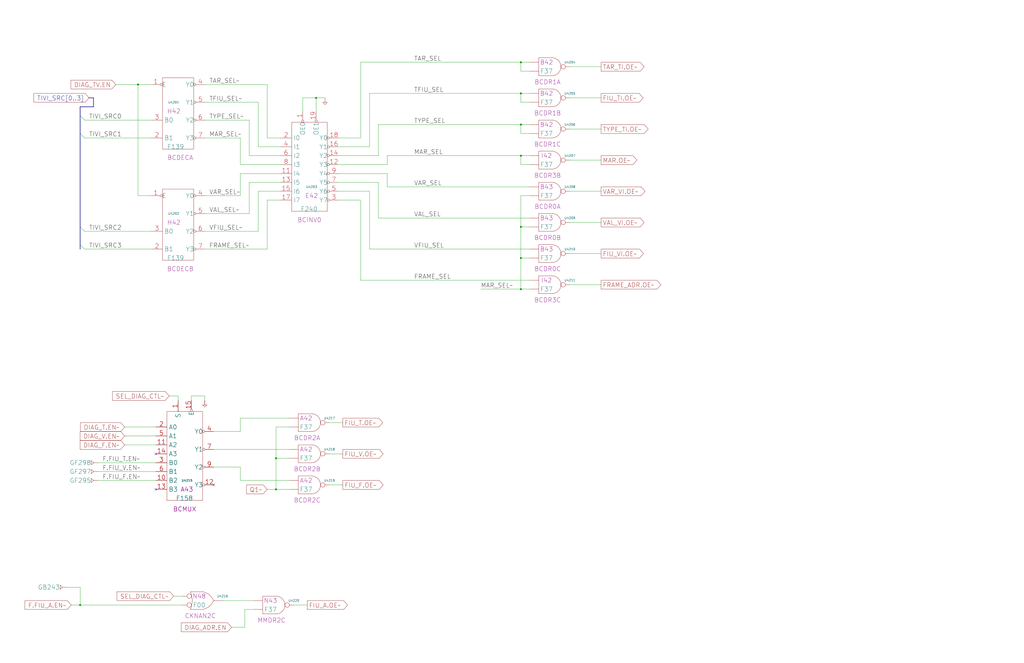
<source format=kicad_sch>
(kicad_sch (version 20230121) (generator eeschema)
  (paper "User" 584.2 378.46)
  (title_block (title "BUS CONTROL") (date "20-MAR-90") (rev "1.0") (comment 1 "FIU") (comment 2 "232-003065") (comment 3 "S400") (comment 4 "RELEASED"))
  (lib_symbols
    (symbol "r1000:F00" (pin_numbers hide) (pin_names hide)
      (property "Reference" "U" (at 15.24 0 0))
      (property "Value" "F00" (at 1.905 -5.08 0))
      (property "Location" "___" (at 1.905 0 0))
      (property "Name" "______" (at 2.54 -12.7 0))
      (symbol "F00_0_1"
        (polyline (pts (xy -2.54 -7.62) (xy 5.08 -7.62)) (stroke (width 0.1524)))
        (polyline (pts (xy -2.54 2.54) (xy -2.54 -7.62)) (stroke (width 0.1524)))
        (polyline (pts (xy -2.54 2.54) (xy 5.08 2.54)) (stroke (width 0.1524)))
        (arc (start 5.08 -7.62) (mid 10.1282 -2.54) (end 5.08 2.54) (stroke (width 0.1524)))
        (circle (center 11.43 -2.54) (radius 1.27) (stroke (width 0.1524)))
      )
      (symbol "F00_0_2"
        (circle (center -3.81 -5.08) (radius 1.27) (stroke (width 0.1524)))
        (circle (center -3.81 0) (radius 1.27) (stroke (width 0.1524)))
        (arc (start -3.175 -7.62) (mid -2.134 -2.54) (end -3.175 2.54) (stroke (width 0.1524)))
        (polyline (pts (xy -3.175 -7.62) (xy 3.81 -7.62)) (stroke (width 0.1524)))
        (polyline (pts (xy -3.175 2.54) (xy 3.81 2.54)) (stroke (width 0.1524)))
        (arc (start 3.81 -7.62) (mid 7.5855 -5.8306) (end 10.16 -2.54) (stroke (width 0.1524)))
        (arc (start 10.16 -2.54) (mid 7.5827 0.7471) (end 3.81 2.54) (stroke (width 0.1524)))
      )
      (symbol "F00_1_1"
        (pin input line (at -7.62 0 0) (length 5.08) (name "D0") (number "1"))
        (pin input line (at -7.62 -5.08 0) (length 5.08) (name "D1") (number "2"))
        (pin output line (at 15.24 -2.54 180) (length 2.54) (name "Q") (number "3"))
      )
      (symbol "F00_1_2"
        (pin input line (at -7.62 0 0) (length 2.54) (name "D0") (number "1"))
        (pin input line (at -7.62 -5.08 0) (length 2.54) (name "D1") (number "2"))
        (pin output line (at 15.24 -2.54 180) (length 5.08) (name "Q") (number "3"))
      )
    )
    (symbol "r1000:F139" (pin_names (offset 1.016))
      (property "Reference" "U" (at 2.54 5.08 0))
      (property "Value" "F139" (at -1.27 -20.32 0))
      (property "Location" "___" (at -1.27 0 0))
      (property "Name" "______" (at 6.35 -27.94 0))
      (symbol "F139_1_1"
        (circle (center -4.445 15.24) (radius 0.635))
        (rectangle (start -3.81 19.05) (end 13.97 -21.59))
        (circle (center 14.605 -15.24) (radius 0.635))
        (circle (center 14.605 -5.08) (radius 0.635))
        (circle (center 14.605 5.08) (radius 0.635))
        (circle (center 14.605 15.24) (radius 0.635))
        (pin input line (at -10.16 15.24 0) (length 5.08) (name "E") (number "1"))
        (pin input line (at -10.16 -15.24 0) (length 6.35) (name "B1") (number "2"))
        (pin input line (at -10.16 -5.08 0) (length 6.35) (name "B0") (number "3"))
        (pin output line (at 20.32 15.24 180) (length 5.08) (name "Y0") (number "4"))
        (pin output line (at 20.32 5.08 180) (length 5.08) (name "Y1") (number "5"))
        (pin output line (at 20.32 -5.08 180) (length 5.08) (name "Y2") (number "6"))
        (pin output line (at 20.32 -15.24 180) (length 5.08) (name "Y3") (number "7"))
      )
    )
    (symbol "r1000:F158" (pin_names (offset 1.016))
      (property "Reference" "U" (at 2.54 5.08 0))
      (property "Value" "F158" (at -3.81 -5.08 0))
      (property "Location" "___" (at -1.27 0 0))
      (property "Name" "______" (at 1.27 -12.7 0))
      (symbol "F158_1_1"
        (rectangle (start -8.89 44.45) (end 11.43 -6.35))
        (circle (center 5.08 45.085) (radius 0.635))
        (circle (center 12.065 2.54) (radius 0.635))
        (circle (center 12.065 12.7) (radius 0.635))
        (circle (center 12.065 22.86) (radius 0.635))
        (circle (center 12.065 33.02) (radius 0.635))
        (pin input line (at -2.54 50.8 270) (length 6.35) (name "S") (number "1"))
        (pin input line (at -15.24 5.08 0) (length 6.35) (name "B2") (number "10"))
        (pin input line (at -15.24 25.4 0) (length 6.35) (name "A2") (number "11"))
        (pin output line (at 17.78 2.54 180) (length 5.08) (name "Y3") (number "12"))
        (pin input line (at -15.24 0 0) (length 6.35) (name "B3") (number "13"))
        (pin input line (at -15.24 20.32 0) (length 6.35) (name "A3") (number "14"))
        (pin input line (at 5.08 50.8 270) (length 5.08) (name "E") (number "15"))
        (pin input line (at -15.24 35.56 0) (length 6.35) (name "A0") (number "2"))
        (pin input line (at -15.24 15.24 0) (length 6.35) (name "B0") (number "3"))
        (pin output line (at 17.78 33.02 180) (length 5.08) (name "Y0") (number "4"))
        (pin input line (at -15.24 30.48 0) (length 6.35) (name "A1") (number "5"))
        (pin input line (at -15.24 10.16 0) (length 6.35) (name "B1") (number "6"))
        (pin output line (at 17.78 22.86 180) (length 5.08) (name "Y1") (number "7"))
        (pin output line (at 17.78 12.7 180) (length 5.08) (name "Y2") (number "9"))
      )
    )
    (symbol "r1000:F240" (pin_names (offset 1.016))
      (property "Reference" "U" (at 2.54 5.08 0))
      (property "Value" "F240" (at -3.81 -7.62 0))
      (property "Location" "___" (at -1.27 0 0))
      (property "Name" "______" (at 1.27 -15.24 0))
      (symbol "F240_1_1"
        (rectangle (start -8.89 41.91) (end 11.43 -8.89))
        (circle (center -2.54 42.545) (radius 0.635))
        (circle (center 5.08 42.545) (radius 0.635))
        (circle (center 12.065 -2.54) (radius 0.635))
        (circle (center 12.065 2.54) (radius 0.635))
        (circle (center 12.065 7.62) (radius 0.635))
        (circle (center 12.065 12.7) (radius 0.635))
        (circle (center 12.065 17.78) (radius 0.635))
        (circle (center 12.065 22.86) (radius 0.635))
        (circle (center 12.065 27.94) (radius 0.635))
        (circle (center 12.065 33.02) (radius 0.635))
        (pin input line (at -2.54 48.26 270) (length 5.08) (name "OE0") (number "1"))
        (pin input line (at -15.24 12.7 0) (length 6.35) (name "I4") (number "11"))
        (pin tri_state line (at 17.78 17.78 180) (length 5.08) (name "Y3") (number "12"))
        (pin input line (at -15.24 7.62 0) (length 6.35) (name "I5") (number "13"))
        (pin tri_state line (at 17.78 22.86 180) (length 5.08) (name "Y2") (number "14"))
        (pin input line (at -15.24 2.54 0) (length 6.35) (name "I6") (number "15"))
        (pin tri_state line (at 17.78 27.94 180) (length 5.08) (name "Y1") (number "16"))
        (pin input line (at -15.24 -2.54 0) (length 6.35) (name "I7") (number "17"))
        (pin tri_state line (at 17.78 33.02 180) (length 5.08) (name "Y0") (number "18"))
        (pin input line (at 5.08 48.26 270) (length 5.08) (name "OE1") (number "19"))
        (pin input line (at -15.24 33.02 0) (length 6.35) (name "I0") (number "2"))
        (pin tri_state line (at 17.78 -2.54 180) (length 5.08) (name "Y7") (number "3"))
        (pin input line (at -15.24 27.94 0) (length 6.35) (name "I1") (number "4"))
        (pin tri_state line (at 17.78 2.54 180) (length 5.08) (name "Y6") (number "5"))
        (pin input line (at -15.24 22.86 0) (length 6.35) (name "I2") (number "6"))
        (pin tri_state line (at 17.78 7.62 180) (length 5.08) (name "Y5") (number "7"))
        (pin input line (at -15.24 17.78 0) (length 6.35) (name "I3") (number "8"))
        (pin tri_state line (at 17.78 12.7 180) (length 5.08) (name "Y4") (number "9"))
      )
    )
    (symbol "r1000:F37" (pin_numbers hide) (pin_names (offset 0) hide)
      (property "Reference" "U" (at 15.24 0 0))
      (property "Value" "F37" (at 1.905 -5.08 0))
      (property "Location" "___" (at 1.905 0 0))
      (property "Name" "______" (at 2.54 -12.7 0))
      (symbol "F37_0_1"
        (polyline (pts (xy -2.54 -7.62) (xy 5.08 -7.62)) (stroke (width 0.1524)))
        (polyline (pts (xy -2.54 2.54) (xy -2.54 -7.62)) (stroke (width 0.1524)))
        (polyline (pts (xy -2.54 2.54) (xy 5.08 2.54)) (stroke (width 0.1524)))
        (arc (start 5.08 -7.62) (mid 10.1282 -2.54) (end 5.08 2.54) (stroke (width 0.1524)))
        (circle (center 11.43 -2.54) (radius 1.27) (stroke (width 0.1524)))
      )
      (symbol "F37_0_2"
        (circle (center -3.81 -5.08) (radius 1.27) (stroke (width 0.1524)))
        (circle (center -3.81 0) (radius 1.27) (stroke (width 0.1524)))
        (arc (start -3.175 -7.62) (mid -2.134 -2.54) (end -3.175 2.54) (stroke (width 0.1524)))
        (polyline (pts (xy -3.175 -7.62) (xy 3.81 -7.62)) (stroke (width 0.1524)))
        (polyline (pts (xy -3.175 2.54) (xy 3.81 2.54)) (stroke (width 0.1524)))
        (arc (start 3.81 -7.62) (mid 7.5855 -5.8306) (end 10.16 -2.54) (stroke (width 0.1524)))
        (arc (start 10.16 -2.54) (mid 7.5827 0.7471) (end 3.81 2.54) (stroke (width 0.1524)))
      )
      (symbol "F37_1_1"
        (pin input line (at -7.62 0 0) (length 5.08) (name "D0") (number "1"))
        (pin input line (at -7.62 -5.08 0) (length 5.08) (name "D1") (number "2"))
        (pin output line (at 15.24 -2.54 180) (length 2.54) (name "Q") (number "3"))
      )
      (symbol "F37_1_2"
        (pin input line (at -7.62 0 0) (length 2.54) (name "D0") (number "1"))
        (pin input line (at -7.62 -5.08 0) (length 2.54) (name "D1") (number "2"))
        (pin output line (at 15.24 -2.54 180) (length 5.08) (name "Q") (number "3"))
      )
    )
    (symbol "r1000:GB" (pin_numbers hide) (pin_names (offset 0) hide)
      (property "Reference" "GB" (at 3.81 0 0))
      (symbol "GB_0_1"
        (polyline (pts (xy 2.54 0) (xy 3.81 1.27) (xy 3.81 -1.27) (xy 2.54 0)) (stroke (width 0.1524)))
      )
      (symbol "GB_1_1"
        (pin bidirectional line (at 0 0 0) (length 2.54) (name "") (number "1"))
      )
    )
    (symbol "r1000:GF" (pin_numbers hide) (pin_names (offset 0) hide)
      (property "Reference" "GF" (at 3.81 0 0))
      (symbol "GF_0_1"
        (polyline (pts (xy 2.54 0) (xy 3.81 1.27) (xy 3.81 -1.27) (xy 2.54 0)) (stroke (width 0.1524)))
      )
      (symbol "GF_1_1"
        (pin bidirectional line (at 0 0 0) (length 2.54) (name "") (number "1"))
      )
    )
    (symbol "r1000:PD" (power) (pin_numbers hide) (pin_names hide) (in_bom no)
      (symbol "PD_0_1"
        (polyline (pts (xy 0 -2.54) (xy 1.27 -2.54) (xy 0 -3.81) (xy -1.27 -2.54) (xy 0 -2.54)) (stroke (width 0.1524)))
      )
      (symbol "PD_1_1"
        (pin power_in line (at 0 0 270) (length 2.54) (name "PD") (number "1"))
      )
    )
  )
  (junction (at 297.18 147.32))
  (junction (at 157.48 261.62))
  (junction (at 297.18 35.56))
  (junction (at 297.18 88.9))
  (junction (at 180.34 55.88))
  (junction (at 297.18 165.1))
  (junction (at 297.18 71.12))
  (junction (at 78.74 48.26))
  (junction (at 297.18 53.34))
  (junction (at 297.18 129.54))
  (junction (at 45.72 345.44))
  (junction (at 157.48 279.4))
  (no_connect (at 88.9 259.08))
  (no_connect (at 121.92 276.86))
  (no_connect (at 88.9 279.4))
  (bus_entry (at 45.72 139.7) (size 2.54 2.54))
  (bus_entry (at 45.72 129.54) (size 2.54 2.54))
  (bus_entry (at 45.72 66.04) (size 2.54 2.54))
  (bus_entry (at 45.72 76.2) (size 2.54 2.54))
  (wire (pts (xy 193.04 88.9) (xy 215.9 88.9)))
  (wire (pts (xy 210.82 83.82) (xy 210.82 53.34)))
  (wire (pts (xy 172.72 55.88) (xy 180.34 55.88)))
  (wire (pts (xy 38.1 335.28) (xy 45.72 335.28)))
  (wire (pts (xy 40.64 345.44) (xy 45.72 345.44)))
  (wire (pts (xy 147.32 132.08) (xy 147.32 109.22)))
  (wire (pts (xy 137.16 99.06) (xy 160.02 99.06)))
  (wire (pts (xy 297.18 147.32) (xy 302.26 147.32)))
  (wire (pts (xy 210.82 142.24) (xy 302.26 142.24)))
  (wire (pts (xy 157.48 243.84) (xy 165.1 243.84)))
  (wire (pts (xy 121.92 256.54) (xy 165.1 256.54)))
  (wire (pts (xy 165.1 238.76) (xy 137.16 238.76)))
  (wire (pts (xy 302.26 93.98) (xy 297.18 93.98)))
  (wire (pts (xy 116.84 48.26) (xy 152.4 48.26)))
  (wire (pts (xy 71.12 254) (xy 88.9 254)))
  (wire (pts (xy 274.32 165.1) (xy 297.18 165.1)))
  (wire (pts (xy 165.1 274.32) (xy 137.16 274.32)))
  (wire (pts (xy 302.26 40.64) (xy 297.18 40.64)))
  (wire (pts (xy 302.26 76.2) (xy 297.18 76.2)))
  (wire (pts (xy 187.96 276.86) (xy 195.58 276.86)))
  (wire (pts (xy 297.18 129.54) (xy 302.26 129.54)))
  (wire (pts (xy 297.18 40.64) (xy 297.18 35.56)))
  (wire (pts (xy 193.04 104.14) (xy 215.9 104.14)))
  (wire (pts (xy 297.18 147.32) (xy 297.18 165.1)))
  (wire (pts (xy 48.26 78.74) (xy 86.36 78.74)))
  (wire (pts (xy 142.24 68.58) (xy 142.24 88.9)))
  (wire (pts (xy 137.16 246.38) (xy 121.92 246.38)))
  (wire (pts (xy 71.12 243.84) (xy 88.9 243.84)))
  (wire (pts (xy 220.98 99.06) (xy 220.98 106.68)))
  (wire (pts (xy 139.7 358.14) (xy 132.08 358.14)))
  (wire (pts (xy 325.12 162.56) (xy 342.9 162.56)))
  (wire (pts (xy 165.1 279.4) (xy 157.48 279.4)))
  (wire (pts (xy 48.26 132.08) (xy 86.36 132.08)))
  (wire (pts (xy 220.98 93.98) (xy 220.98 88.9)))
  (wire (pts (xy 139.7 347.98) (xy 139.7 358.14)))
  (wire (pts (xy 297.18 76.2) (xy 297.18 71.12)))
  (wire (pts (xy 215.9 124.46) (xy 302.26 124.46)))
  (wire (pts (xy 325.12 127) (xy 342.9 127)))
  (wire (pts (xy 116.84 58.42) (xy 147.32 58.42)))
  (wire (pts (xy 297.18 165.1) (xy 302.26 165.1)))
  (wire (pts (xy 215.9 71.12) (xy 297.18 71.12)))
  (wire (pts (xy 325.12 109.22) (xy 342.9 109.22)))
  (wire (pts (xy 142.24 88.9) (xy 160.02 88.9)))
  (wire (pts (xy 297.18 53.34) (xy 302.26 53.34)))
  (wire (pts (xy 180.34 63.5) (xy 180.34 55.88)))
  (wire (pts (xy 325.12 38.1) (xy 342.9 38.1)))
  (wire (pts (xy 86.36 111.76) (xy 78.74 111.76)))
  (wire (pts (xy 325.12 73.66) (xy 342.9 73.66)))
  (wire (pts (xy 116.84 121.92) (xy 142.24 121.92)))
  (wire (pts (xy 193.04 109.22) (xy 210.82 109.22)))
  (wire (pts (xy 66.04 48.26) (xy 78.74 48.26)))
  (wire (pts (xy 78.74 111.76) (xy 78.74 48.26)))
  (wire (pts (xy 297.18 93.98) (xy 297.18 88.9)))
  (wire (pts (xy 71.12 248.92) (xy 88.9 248.92)))
  (wire (pts (xy 45.72 345.44) (xy 104.14 345.44)))
  (wire (pts (xy 325.12 144.78) (xy 342.9 144.78)))
  (wire (pts (xy 147.32 109.22) (xy 160.02 109.22)))
  (bus (pts (xy 45.72 139.7) (xy 45.72 142.24)))
  (wire (pts (xy 157.48 261.62) (xy 157.48 243.84)))
  (bus (pts (xy 45.72 76.2) (xy 45.72 129.54)))
  (wire (pts (xy 152.4 78.74) (xy 160.02 78.74)))
  (wire (pts (xy 142.24 104.14) (xy 160.02 104.14)))
  (wire (pts (xy 167.64 345.44) (xy 175.26 345.44)))
  (wire (pts (xy 297.18 71.12) (xy 302.26 71.12)))
  (bus (pts (xy 45.72 129.54) (xy 45.72 139.7)))
  (wire (pts (xy 172.72 63.5) (xy 172.72 55.88)))
  (wire (pts (xy 215.9 104.14) (xy 215.9 124.46)))
  (wire (pts (xy 137.16 274.32) (xy 137.16 266.7)))
  (wire (pts (xy 187.96 241.3) (xy 195.58 241.3)))
  (bus (pts (xy 53.34 55.88) (xy 53.34 60.96)))
  (wire (pts (xy 137.16 111.76) (xy 137.16 99.06)))
  (wire (pts (xy 297.18 129.54) (xy 297.18 147.32)))
  (wire (pts (xy 297.18 88.9) (xy 302.26 88.9)))
  (wire (pts (xy 152.4 48.26) (xy 152.4 78.74)))
  (wire (pts (xy 55.88 264.16) (xy 88.9 264.16)))
  (wire (pts (xy 55.88 269.24) (xy 88.9 269.24)))
  (wire (pts (xy 116.84 132.08) (xy 147.32 132.08)))
  (wire (pts (xy 297.18 111.76) (xy 297.18 129.54)))
  (wire (pts (xy 325.12 91.44) (xy 342.9 91.44)))
  (wire (pts (xy 297.18 35.56) (xy 302.26 35.56)))
  (wire (pts (xy 116.84 68.58) (xy 142.24 68.58)))
  (wire (pts (xy 152.4 114.3) (xy 160.02 114.3)))
  (wire (pts (xy 142.24 121.92) (xy 142.24 104.14)))
  (wire (pts (xy 205.74 78.74) (xy 205.74 35.56)))
  (wire (pts (xy 116.84 78.74) (xy 137.16 78.74)))
  (wire (pts (xy 215.9 88.9) (xy 215.9 71.12)))
  (wire (pts (xy 104.14 340.36) (xy 99.06 340.36)))
  (wire (pts (xy 205.74 114.3) (xy 205.74 160.02)))
  (bus (pts (xy 45.72 60.96) (xy 45.72 66.04)))
  (wire (pts (xy 45.72 335.28) (xy 45.72 345.44)))
  (wire (pts (xy 116.84 142.24) (xy 152.4 142.24)))
  (wire (pts (xy 109.22 228.6) (xy 109.22 226.06)))
  (wire (pts (xy 137.16 78.74) (xy 137.16 93.98)))
  (wire (pts (xy 152.4 142.24) (xy 152.4 114.3)))
  (wire (pts (xy 109.22 226.06) (xy 116.84 226.06)))
  (bus (pts (xy 45.72 66.04) (xy 45.72 76.2)))
  (wire (pts (xy 157.48 279.4) (xy 157.48 261.62)))
  (wire (pts (xy 137.16 266.7) (xy 121.92 266.7)))
  (wire (pts (xy 205.74 160.02) (xy 302.26 160.02)))
  (wire (pts (xy 180.34 55.88) (xy 185.42 55.88)))
  (wire (pts (xy 220.98 88.9) (xy 297.18 88.9)))
  (wire (pts (xy 302.26 111.76) (xy 297.18 111.76)))
  (wire (pts (xy 137.16 238.76) (xy 137.16 246.38)))
  (wire (pts (xy 78.74 48.26) (xy 86.36 48.26)))
  (wire (pts (xy 205.74 35.56) (xy 297.18 35.56)))
  (wire (pts (xy 220.98 106.68) (xy 302.26 106.68)))
  (wire (pts (xy 144.78 347.98) (xy 139.7 347.98)))
  (wire (pts (xy 193.04 93.98) (xy 220.98 93.98)))
  (wire (pts (xy 187.96 259.08) (xy 195.58 259.08)))
  (wire (pts (xy 325.12 55.88) (xy 342.9 55.88)))
  (wire (pts (xy 147.32 58.42) (xy 147.32 83.82)))
  (wire (pts (xy 116.84 226.06) (xy 116.84 228.6)))
  (wire (pts (xy 302.26 58.42) (xy 297.18 58.42)))
  (wire (pts (xy 152.4 279.4) (xy 157.48 279.4)))
  (wire (pts (xy 193.04 99.06) (xy 220.98 99.06)))
  (wire (pts (xy 127 342.9) (xy 144.78 342.9)))
  (bus (pts (xy 53.34 60.96) (xy 45.72 60.96)))
  (wire (pts (xy 193.04 114.3) (xy 205.74 114.3)))
  (wire (pts (xy 55.88 274.32) (xy 88.9 274.32)))
  (wire (pts (xy 48.26 142.24) (xy 86.36 142.24)))
  (wire (pts (xy 193.04 83.82) (xy 210.82 83.82)))
  (wire (pts (xy 101.6 228.6) (xy 101.6 226.06)))
  (wire (pts (xy 137.16 93.98) (xy 160.02 93.98)))
  (wire (pts (xy 96.52 226.06) (xy 101.6 226.06)))
  (wire (pts (xy 297.18 58.42) (xy 297.18 53.34)))
  (wire (pts (xy 210.82 53.34) (xy 297.18 53.34)))
  (wire (pts (xy 193.04 78.74) (xy 205.74 78.74)))
  (wire (pts (xy 210.82 109.22) (xy 210.82 142.24)))
  (wire (pts (xy 116.84 111.76) (xy 137.16 111.76)))
  (wire (pts (xy 147.32 83.82) (xy 160.02 83.82)))
  (wire (pts (xy 157.48 261.62) (xy 165.1 261.62)))
  (bus (pts (xy 50.8 55.88) (xy 53.34 55.88)))
  (wire (pts (xy 48.26 68.58) (xy 86.36 68.58)))
  (label "F.FIU_T.EN~" (at 58.42 264.16 0) (effects (font (size 2.54 2.54))))
  (label "TIVI_SRC3" (at 50.8 142.24 0) (effects (font (size 2.54 2.54))))
  (label "F.FIU_F.EN~" (at 58.42 274.32 0) (effects (font (size 2.54 2.54))))
  (label "MAR_SEL" (at 236.22 88.9 0) (effects (font (size 2.54 2.54))))
  (label "TIVI_SRC0" (at 50.8 68.58 0) (effects (font (size 2.54 2.54))))
  (label "TYPE_SEL~" (at 119.38 68.58 0) (effects (font (size 2.54 2.54))))
  (label "TIVI_SRC1" (at 50.8 78.74 0) (effects (font (size 2.54 2.54))))
  (label "TIVI_SRC2" (at 50.8 132.08 0) (effects (font (size 2.54 2.54))))
  (label "FRAME_SEL" (at 236.22 160.02 0) (effects (font (size 2.54 2.54))))
  (label "TAR_SEL" (at 236.22 35.56 0) (effects (font (size 2.54 2.54))))
  (label "TFIU_SEL~" (at 119.38 58.42 0) (effects (font (size 2.54 2.54))))
  (label "TAR_SEL~" (at 119.38 48.26 0) (effects (font (size 2.54 2.54))))
  (label "VAL_SEL~" (at 119.38 121.92 0) (effects (font (size 2.54 2.54))))
  (label "MAR_SEL~" (at 274.32 165.1 0) (effects (font (size 2.54 2.54))))
  (label "VFIU_SEL" (at 236.22 142.24 0) (effects (font (size 2.54 2.54))))
  (label "MAR_SEL~" (at 119.38 78.74 0) (effects (font (size 2.54 2.54))))
  (label "VAR_SEL" (at 236.22 106.68 0) (effects (font (size 2.54 2.54))))
  (label "VAR_SEL~" (at 119.38 111.76 0) (effects (font (size 2.54 2.54))))
  (label "TFIU_SEL" (at 236.22 53.34 0) (effects (font (size 2.54 2.54))))
  (label "VAL_SEL" (at 236.22 124.46 0) (effects (font (size 2.54 2.54))))
  (label "TYPE_SEL" (at 236.22 71.12 0) (effects (font (size 2.54 2.54))))
  (label "F.FIU_V.EN~" (at 58.42 269.24 0) (effects (font (size 2.54 2.54))))
  (label "VFIU_SEL~" (at 119.38 132.08 0) (effects (font (size 2.54 2.54))))
  (label "FRAME_SEL~" (at 119.38 142.24 0) (effects (font (size 2.54 2.54))))
  (global_label "DIAG_V.EN~" (shape input) (at 71.12 248.92 180) (effects (font (size 2.54 2.54))) (property "Intersheetrefs" "${INTERSHEET_REFS}" (at 45.7321 248.7613 0) (effects (font (size 1.905 1.905)) (justify right))))
  (global_label "FIU_TI.OE~" (shape output) (at 342.9 55.88 0) (effects (font (size 2.54 2.54))) (property "Intersheetrefs" "${INTERSHEET_REFS}" (at 366.8365 55.7213 0) (effects (font (size 1.905 1.905)) (justify left))))
  (global_label "F.FIU_A.EN~" (shape input) (at 40.64 345.44 180) (effects (font (size 2.54 2.54))) (property "Intersheetrefs" "${INTERSHEET_REFS}" (at 14.2845 345.2813 0) (effects (font (size 1.905 1.905)) (justify right))))
  (global_label "Q1~" (shape input) (at 152.4 279.4 180) (effects (font (size 2.54 2.54))) (property "Intersheetrefs" "${INTERSHEET_REFS}" (at 139.6952 279.4 0) (effects (font (size 1.905 1.905)) (justify right))))
  (global_label "FIU_VI.OE~" (shape output) (at 342.9 144.78 0) (effects (font (size 2.54 2.54))) (property "Intersheetrefs" "${INTERSHEET_REFS}" (at 367.0784 144.6213 0) (effects (font (size 1.905 1.905)) (justify left))))
  (global_label "TIVI_SRC[0..3]" (shape input) (at 50.8 55.88 180) (effects (font (size 2.54 2.54))) (property "Intersheetrefs" "${INTERSHEET_REFS}" (at 19.3645 55.7213 0) (effects (font (size 1.905 1.905)) (justify right))))
  (global_label "MAR.OE~" (shape output) (at 342.9 91.44 0) (effects (font (size 2.54 2.54))) (property "Intersheetrefs" "${INTERSHEET_REFS}" (at 363.3289 91.2813 0) (effects (font (size 1.905 1.905)) (justify left))))
  (global_label "DIAG_F.EN~" (shape input) (at 71.12 254 180) (effects (font (size 2.54 2.54))) (property "Intersheetrefs" "${INTERSHEET_REFS}" (at 45.7321 253.8413 0) (effects (font (size 1.905 1.905)) (justify right))))
  (global_label "FIU_A.OE~" (shape output) (at 175.26 345.44 0) (effects (font (size 2.54 2.54))) (property "Intersheetrefs" "${INTERSHEET_REFS}" (at 198.2289 345.2813 0) (effects (font (size 1.905 1.905)) (justify left))))
  (global_label "FIU_T.OE~" (shape output) (at 195.58 241.3 0) (effects (font (size 2.54 2.54))) (property "Intersheetrefs" "${INTERSHEET_REFS}" (at 218.307 241.1413 0) (effects (font (size 1.905 1.905)) (justify left))))
  (global_label "DIAG_T.EN~" (shape input) (at 71.12 243.84 180) (effects (font (size 2.54 2.54))) (property "Intersheetrefs" "${INTERSHEET_REFS}" (at 45.974 243.6813 0) (effects (font (size 1.905 1.905)) (justify right))))
  (global_label "TYPE_TI.OE~" (shape output) (at 342.9 73.66 0) (effects (font (size 2.54 2.54))) (property "Intersheetrefs" "${INTERSHEET_REFS}" (at 369.7393 73.5013 0) (effects (font (size 1.905 1.905)) (justify left))))
  (global_label "FIU_F.OE~" (shape output) (at 195.58 276.86 0) (effects (font (size 2.54 2.54))) (property "Intersheetrefs" "${INTERSHEET_REFS}" (at 218.5489 276.7013 0) (effects (font (size 1.905 1.905)) (justify left))))
  (global_label "TAR_TI.OE~" (shape output) (at 342.9 38.1 0) (effects (font (size 2.54 2.54))) (property "Intersheetrefs" "${INTERSHEET_REFS}" (at 367.4412 37.9413 0) (effects (font (size 1.905 1.905)) (justify left))))
  (global_label "FIU_V.OE~" (shape output) (at 195.58 259.08 0) (effects (font (size 2.54 2.54))) (property "Intersheetrefs" "${INTERSHEET_REFS}" (at 218.5489 258.9213 0) (effects (font (size 1.905 1.905)) (justify left))))
  (global_label "VAR_VI.OE~" (shape output) (at 342.9 109.22 0) (effects (font (size 2.54 2.54))) (property "Intersheetrefs" "${INTERSHEET_REFS}" (at 367.925 109.0613 0) (effects (font (size 1.905 1.905)) (justify left))))
  (global_label "VAL_VI.OE~" (shape output) (at 342.9 127 0) (effects (font (size 2.54 2.54))) (property "Intersheetrefs" "${INTERSHEET_REFS}" (at 367.4412 126.8413 0) (effects (font (size 1.905 1.905)) (justify left))))
  (global_label "DIAG_TV.EN" (shape input) (at 66.04 48.26 180) (effects (font (size 2.54 2.54))) (property "Intersheetrefs" "${INTERSHEET_REFS}" (at 40.5311 48.1013 0) (effects (font (size 1.905 1.905)) (justify right))))
  (global_label "SEL_DIAG_CTL~" (shape input) (at 99.06 340.36 180) (effects (font (size 2.54 2.54))) (property "Intersheetrefs" "${INTERSHEET_REFS}" (at 66.7778 340.2013 0) (effects (font (size 1.905 1.905)) (justify right))))
  (global_label "FRAME_ADR.OE~" (shape output) (at 342.9 162.56 0) (effects (font (size 2.54 2.54))) (property "Intersheetrefs" "${INTERSHEET_REFS}" (at 376.9965 162.4013 0) (effects (font (size 1.905 1.905)) (justify left))))
  (global_label "DIAG_ADR.EN" (shape input) (at 132.08 358.14 180) (effects (font (size 2.54 2.54))) (property "Intersheetrefs" "${INTERSHEET_REFS}" (at 103.4264 357.9813 0) (effects (font (size 1.905 1.905)) (justify right))))
  (global_label "SEL_DIAG_CTL~" (shape input) (at 96.52 226.06 180) (effects (font (size 2.54 2.54))) (property "Intersheetrefs" "${INTERSHEET_REFS}" (at 64.2378 225.9013 0) (effects (font (size 1.905 1.905)) (justify right))))
  (symbol (lib_id "r1000:F37") (at 172.72 274.32 0) (unit 1)
    (property "Reference" "U4219" (at 187.96 274.32 0))
    (property "Value" "F37" (at 174.625 279.4 0) (effects (font (size 2.54 2.54))))
    (property "Location" "A42" (at 174.625 274.32 0) (effects (font (size 2.54 2.54))))
    (property "Name" "BCDR2C" (at 175.26 287.02 0) (effects (font (size 2.54 2.54)) (justify bottom)))
  )
  (symbol (lib_id "r1000:GF") (at 55.88 269.24 0) (mirror y) (unit 1)
    (property "Reference" "GF297" (at 52.07 269.24 0) (effects (font (size 2.54 2.54)) (justify left)))
    (property "Value" "GF" (effects hide))
  )
  (symbol (lib_id "r1000:F00") (at 111.76 340.36 0) (unit 1) (convert 2)
    (property "Reference" "U4216" (at 127 340.36 0))
    (property "Value" "F00" (at 113.665 345.44 0) (effects (font (size 2.54 2.54))))
    (property "Location" "N48" (at 113.665 340.36 0) (effects (font (size 2.54 2.54))))
    (property "Name" "CKNAN2C" (at 114.3 353.06 0) (effects (font (size 2.54 2.54)) (justify bottom)))
  )
  (symbol (lib_id "r1000:F37") (at 309.88 35.56 0) (unit 1)
    (property "Reference" "U4204" (at 325.12 35.56 0))
    (property "Value" "F37" (at 311.785 40.64 0) (effects (font (size 2.54 2.54))))
    (property "Location" "B42" (at 311.785 35.56 0) (effects (font (size 2.54 2.54))))
    (property "Name" "BCDR1A" (at 312.42 48.26 0) (effects (font (size 2.54 2.54)) (justify bottom)))
  )
  (symbol (lib_id "r1000:F37") (at 172.72 256.54 0) (unit 1)
    (property "Reference" "U4218" (at 187.96 256.54 0))
    (property "Value" "F37" (at 174.625 261.62 0) (effects (font (size 2.54 2.54))))
    (property "Location" "A42" (at 174.625 256.54 0) (effects (font (size 2.54 2.54))))
    (property "Name" "BCDR2B" (at 175.26 269.24 0) (effects (font (size 2.54 2.54)) (justify bottom)))
  )
  (symbol (lib_id "r1000:F139") (at 96.52 63.5 0) (unit 1)
    (property "Reference" "U4201" (at 99.06 58.42 0))
    (property "Value" "F139" (at 95.25 83.82 0) (effects (font (size 2.54 2.54)) (justify left)))
    (property "Location" "H42" (at 95.25 63.5 0) (effects (font (size 2.54 2.54)) (justify left)))
    (property "Name" "BCDECA" (at 102.87 91.44 0) (effects (font (size 2.54 2.54)) (justify bottom)))
  )
  (symbol (lib_id "r1000:PD") (at 116.84 228.6 0) (unit 1) (in_bom no)
    (property "Reference" "#PWR04202" (effects hide))
    (property "Value" "PD" (effects hide))
  )
  (symbol (lib_id "r1000:GF") (at 55.88 264.16 0) (mirror y) (unit 1)
    (property "Reference" "GF298" (at 52.07 264.16 0) (effects (font (size 2.54 2.54)) (justify left)))
    (property "Value" "GF" (effects hide))
  )
  (symbol (lib_id "r1000:GB") (at 38.1 335.28 0) (mirror y) (unit 1)
    (property "Reference" "GB243" (at 34.29 335.28 0) (effects (font (size 2.54 2.54)) (justify left)))
    (property "Value" "GB" (effects hide))
  )
  (symbol (lib_id "r1000:F37") (at 309.88 124.46 0) (unit 1)
    (property "Reference" "U4209" (at 325.12 124.46 0))
    (property "Value" "F37" (at 311.785 129.54 0) (effects (font (size 2.54 2.54))))
    (property "Location" "B43" (at 311.785 124.46 0) (effects (font (size 2.54 2.54))))
    (property "Name" "BCDR0B" (at 312.42 137.16 0) (effects (font (size 2.54 2.54)) (justify bottom)))
  )
  (symbol (lib_id "r1000:F37") (at 309.88 106.68 0) (unit 1)
    (property "Reference" "U4208" (at 325.12 106.68 0))
    (property "Value" "F37" (at 311.785 111.76 0) (effects (font (size 2.54 2.54))))
    (property "Location" "B43" (at 311.785 106.68 0) (effects (font (size 2.54 2.54))))
    (property "Name" "BCDR0A" (at 312.42 119.38 0) (effects (font (size 2.54 2.54)) (justify bottom)))
  )
  (symbol (lib_id "r1000:PD") (at 185.42 55.88 0) (unit 1) (in_bom no)
    (property "Reference" "#PWR04201" (effects hide))
    (property "Value" "PD" (effects hide))
  )
  (symbol (lib_id "r1000:GF") (at 55.88 274.32 0) (mirror y) (unit 1)
    (property "Reference" "GF295" (at 52.07 274.32 0) (effects (font (size 2.54 2.54)) (justify left)))
    (property "Value" "GF" (effects hide))
  )
  (symbol (lib_id "r1000:F37") (at 309.88 160.02 0) (unit 1)
    (property "Reference" "U4211" (at 325.12 160.02 0))
    (property "Value" "F37" (at 311.785 165.1 0) (effects (font (size 2.54 2.54))))
    (property "Location" "I42" (at 311.785 160.02 0) (effects (font (size 2.54 2.54))))
    (property "Name" "BCDR3C" (at 312.42 172.72 0) (effects (font (size 2.54 2.54)) (justify bottom)))
  )
  (symbol (lib_id "r1000:F240") (at 175.26 111.76 0) (unit 1)
    (property "Reference" "U4203" (at 177.8 106.68 0))
    (property "Value" "F240" (at 171.45 119.38 0) (effects (font (size 2.54 2.54)) (justify left)))
    (property "Location" "E42" (at 173.99 111.76 0) (effects (font (size 2.54 2.54)) (justify left)))
    (property "Name" "BCINV0" (at 176.53 127 0) (effects (font (size 2.54 2.54)) (justify bottom)))
  )
  (symbol (lib_id "r1000:F37") (at 152.4 342.9 0) (unit 1)
    (property "Reference" "U4220" (at 167.64 342.9 0))
    (property "Value" "F37" (at 154.305 347.98 0) (effects (font (size 2.54 2.54))))
    (property "Location" "N43" (at 154.305 342.9 0) (effects (font (size 2.54 2.54))))
    (property "Name" "MMDR2C" (at 154.94 355.6 0) (effects (font (size 2.54 2.54)) (justify bottom)))
  )
  (symbol (lib_id "r1000:F37") (at 309.88 53.34 0) (unit 1)
    (property "Reference" "U4205" (at 325.12 53.34 0))
    (property "Value" "F37" (at 311.785 58.42 0) (effects (font (size 2.54 2.54))))
    (property "Location" "B42" (at 311.785 53.34 0) (effects (font (size 2.54 2.54))))
    (property "Name" "BCDR1B" (at 312.42 66.04 0) (effects (font (size 2.54 2.54)) (justify bottom)))
  )
  (symbol (lib_id "r1000:F158") (at 104.14 279.4 0) (unit 1)
    (property "Reference" "U4215" (at 106.68 274.32 0))
    (property "Value" "F158" (at 100.33 284.48 0) (effects (font (size 2.54 2.54)) (justify left)))
    (property "Location" "A43" (at 102.87 279.4 0) (effects (font (size 2.54 2.54)) (justify left)))
    (property "Name" "BCMUX" (at 105.41 292.1 0) (effects (font (size 2.54 2.54)) (justify bottom)))
  )
  (symbol (lib_id "r1000:F139") (at 96.52 127 0) (unit 1)
    (property "Reference" "U4202" (at 99.06 121.92 0))
    (property "Value" "F139" (at 95.25 147.32 0) (effects (font (size 2.54 2.54)) (justify left)))
    (property "Location" "H42" (at 95.25 127 0) (effects (font (size 2.54 2.54)) (justify left)))
    (property "Name" "BCDECB" (at 102.87 154.94 0) (effects (font (size 2.54 2.54)) (justify bottom)))
  )
  (symbol (lib_id "r1000:F37") (at 172.72 238.76 0) (unit 1)
    (property "Reference" "U4217" (at 187.96 238.76 0))
    (property "Value" "F37" (at 174.625 243.84 0) (effects (font (size 2.54 2.54))))
    (property "Location" "A42" (at 174.625 238.76 0) (effects (font (size 2.54 2.54))))
    (property "Name" "BCDR2A" (at 175.26 251.46 0) (effects (font (size 2.54 2.54)) (justify bottom)))
  )
  (symbol (lib_id "r1000:F37") (at 309.88 71.12 0) (unit 1)
    (property "Reference" "U4206" (at 325.12 71.12 0))
    (property "Value" "F37" (at 311.785 76.2 0) (effects (font (size 2.54 2.54))))
    (property "Location" "B42" (at 311.785 71.12 0) (effects (font (size 2.54 2.54))))
    (property "Name" "BCDR1C" (at 312.42 83.82 0) (effects (font (size 2.54 2.54)) (justify bottom)))
  )
  (symbol (lib_id "r1000:F37") (at 309.88 142.24 0) (unit 1)
    (property "Reference" "U4210" (at 325.12 142.24 0))
    (property "Value" "F37" (at 311.785 147.32 0) (effects (font (size 2.54 2.54))))
    (property "Location" "B43" (at 311.785 142.24 0) (effects (font (size 2.54 2.54))))
    (property "Name" "BCDR0C" (at 312.42 154.94 0) (effects (font (size 2.54 2.54)) (justify bottom)))
  )
  (symbol (lib_id "r1000:F37") (at 309.88 88.9 0) (unit 1)
    (property "Reference" "U4207" (at 325.12 88.9 0))
    (property "Value" "F37" (at 311.785 93.98 0) (effects (font (size 2.54 2.54))))
    (property "Location" "I42" (at 311.785 88.9 0) (effects (font (size 2.54 2.54))))
    (property "Name" "BCDR3B" (at 312.42 101.6 0) (effects (font (size 2.54 2.54)) (justify bottom)))
  )
)
</source>
